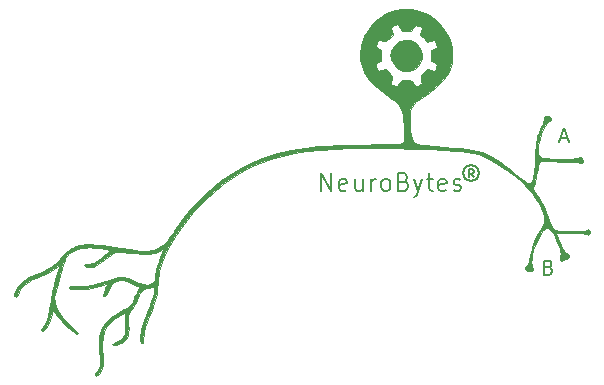
<source format=gbr>
G04 #@! TF.FileFunction,Soldermask,Top*
%FSLAX46Y46*%
G04 Gerber Fmt 4.6, Leading zero omitted, Abs format (unit mm)*
G04 Created by KiCad (PCBNEW 4.0.7-e2-6376~58~ubuntu14.04.1) date Mon Aug  6 16:33:39 2018*
%MOMM*%
%LPD*%
G01*
G04 APERTURE LIST*
%ADD10C,0.100000*%
%ADD11C,0.170000*%
%ADD12C,0.140000*%
%ADD13C,0.210000*%
%ADD14C,0.010000*%
G04 APERTURE END LIST*
D10*
D11*
X138555714Y-87454286D02*
X138727143Y-87511429D01*
X138784286Y-87568571D01*
X138841429Y-87682857D01*
X138841429Y-87854286D01*
X138784286Y-87968571D01*
X138727143Y-88025714D01*
X138612857Y-88082857D01*
X138155714Y-88082857D01*
X138155714Y-86882857D01*
X138555714Y-86882857D01*
X138670000Y-86940000D01*
X138727143Y-86997143D01*
X138784286Y-87111429D01*
X138784286Y-87225714D01*
X138727143Y-87340000D01*
X138670000Y-87397143D01*
X138555714Y-87454286D01*
X138155714Y-87454286D01*
X139584286Y-76540000D02*
X140155715Y-76540000D01*
X139470001Y-76882857D02*
X139870001Y-75682857D01*
X140270001Y-76882857D01*
D12*
X132238095Y-79809524D02*
X132000000Y-79523810D01*
X131809524Y-79809524D02*
X131809524Y-79142857D01*
X132095238Y-79142857D01*
X132190476Y-79190476D01*
X132238095Y-79285714D01*
X132238095Y-79380952D01*
X132190476Y-79476190D01*
X132095238Y-79523810D01*
X131809524Y-79523810D01*
X132000000Y-78809524D02*
X131761905Y-78857143D01*
X131523809Y-79000000D01*
X131380952Y-79238095D01*
X131333333Y-79476190D01*
X131380952Y-79714286D01*
X131523809Y-79952381D01*
X131761905Y-80095238D01*
X132000000Y-80142857D01*
X132238095Y-80095238D01*
X132476190Y-79952381D01*
X132619047Y-79714286D01*
X132666667Y-79476190D01*
X132619047Y-79238095D01*
X132476190Y-79000000D01*
X132238095Y-78857143D01*
X132000000Y-78809524D01*
D13*
X119307143Y-80978571D02*
X119307143Y-79478571D01*
X120164286Y-80978571D01*
X120164286Y-79478571D01*
X121450000Y-80907143D02*
X121307143Y-80978571D01*
X121021429Y-80978571D01*
X120878572Y-80907143D01*
X120807143Y-80764286D01*
X120807143Y-80192857D01*
X120878572Y-80050000D01*
X121021429Y-79978571D01*
X121307143Y-79978571D01*
X121450000Y-80050000D01*
X121521429Y-80192857D01*
X121521429Y-80335714D01*
X120807143Y-80478571D01*
X122807143Y-79978571D02*
X122807143Y-80978571D01*
X122164286Y-79978571D02*
X122164286Y-80764286D01*
X122235714Y-80907143D01*
X122378572Y-80978571D01*
X122592857Y-80978571D01*
X122735714Y-80907143D01*
X122807143Y-80835714D01*
X123521429Y-80978571D02*
X123521429Y-79978571D01*
X123521429Y-80264286D02*
X123592857Y-80121429D01*
X123664286Y-80050000D01*
X123807143Y-79978571D01*
X123950000Y-79978571D01*
X124664286Y-80978571D02*
X124521428Y-80907143D01*
X124450000Y-80835714D01*
X124378571Y-80692857D01*
X124378571Y-80264286D01*
X124450000Y-80121429D01*
X124521428Y-80050000D01*
X124664286Y-79978571D01*
X124878571Y-79978571D01*
X125021428Y-80050000D01*
X125092857Y-80121429D01*
X125164286Y-80264286D01*
X125164286Y-80692857D01*
X125092857Y-80835714D01*
X125021428Y-80907143D01*
X124878571Y-80978571D01*
X124664286Y-80978571D01*
X126307143Y-80192857D02*
X126521429Y-80264286D01*
X126592857Y-80335714D01*
X126664286Y-80478571D01*
X126664286Y-80692857D01*
X126592857Y-80835714D01*
X126521429Y-80907143D01*
X126378571Y-80978571D01*
X125807143Y-80978571D01*
X125807143Y-79478571D01*
X126307143Y-79478571D01*
X126450000Y-79550000D01*
X126521429Y-79621429D01*
X126592857Y-79764286D01*
X126592857Y-79907143D01*
X126521429Y-80050000D01*
X126450000Y-80121429D01*
X126307143Y-80192857D01*
X125807143Y-80192857D01*
X127164286Y-79978571D02*
X127521429Y-80978571D01*
X127878571Y-79978571D02*
X127521429Y-80978571D01*
X127378571Y-81335714D01*
X127307143Y-81407143D01*
X127164286Y-81478571D01*
X128235714Y-79978571D02*
X128807143Y-79978571D01*
X128450000Y-79478571D02*
X128450000Y-80764286D01*
X128521428Y-80907143D01*
X128664286Y-80978571D01*
X128807143Y-80978571D01*
X129878571Y-80907143D02*
X129735714Y-80978571D01*
X129450000Y-80978571D01*
X129307143Y-80907143D01*
X129235714Y-80764286D01*
X129235714Y-80192857D01*
X129307143Y-80050000D01*
X129450000Y-79978571D01*
X129735714Y-79978571D01*
X129878571Y-80050000D01*
X129950000Y-80192857D01*
X129950000Y-80335714D01*
X129235714Y-80478571D01*
X130521428Y-80907143D02*
X130664285Y-80978571D01*
X130950000Y-80978571D01*
X131092857Y-80907143D01*
X131164285Y-80764286D01*
X131164285Y-80692857D01*
X131092857Y-80550000D01*
X130950000Y-80478571D01*
X130735714Y-80478571D01*
X130592857Y-80407143D01*
X130521428Y-80264286D01*
X130521428Y-80192857D01*
X130592857Y-80050000D01*
X130735714Y-79978571D01*
X130950000Y-79978571D01*
X131092857Y-80050000D01*
D14*
G36*
X126989298Y-65598105D02*
X127585206Y-65717300D01*
X128123268Y-65913393D01*
X128618197Y-66193675D01*
X129084707Y-66565438D01*
X129237691Y-66712201D01*
X129654444Y-67185662D01*
X129976110Y-67681269D01*
X130208700Y-68211100D01*
X130358228Y-68787234D01*
X130397168Y-69041607D01*
X130422045Y-69602973D01*
X130352803Y-70143975D01*
X130188481Y-70666078D01*
X129928118Y-71170749D01*
X129570755Y-71659453D01*
X129115430Y-72133654D01*
X128561183Y-72594819D01*
X127907054Y-73044413D01*
X127683800Y-73181693D01*
X127369954Y-73398530D01*
X127138451Y-73628810D01*
X126970234Y-73892372D01*
X126940272Y-73955800D01*
X126868621Y-74185210D01*
X126822164Y-74481850D01*
X126799562Y-74825772D01*
X126799478Y-75197029D01*
X126820575Y-75575675D01*
X126861513Y-75941764D01*
X126920955Y-76275349D01*
X126997563Y-76556484D01*
X127090000Y-76765222D01*
X127132792Y-76825996D01*
X127270768Y-76943176D01*
X127435030Y-77024789D01*
X127445765Y-77027982D01*
X127546228Y-77045946D01*
X127732330Y-77069360D01*
X127988351Y-77096637D01*
X128298574Y-77126190D01*
X128647281Y-77156433D01*
X128979200Y-77182791D01*
X129774730Y-77247414D01*
X130477282Y-77313965D01*
X131095475Y-77383991D01*
X131637928Y-77459043D01*
X132113262Y-77540669D01*
X132530096Y-77630417D01*
X132897052Y-77729836D01*
X133222748Y-77840476D01*
X133515805Y-77963885D01*
X133627400Y-78017966D01*
X133967779Y-78209876D01*
X134370205Y-78473234D01*
X134828850Y-78803885D01*
X135337889Y-79197674D01*
X135745062Y-79528496D01*
X136089790Y-79809841D01*
X136368362Y-80026087D01*
X136589471Y-80180839D01*
X136761810Y-80277703D01*
X136894071Y-80320282D01*
X136994948Y-80312182D01*
X137073132Y-80257009D01*
X137137318Y-80158367D01*
X137157986Y-80114461D01*
X137218471Y-79952072D01*
X137268713Y-79755738D01*
X137310199Y-79513391D01*
X137344419Y-79212964D01*
X137372862Y-78842390D01*
X137397017Y-78389603D01*
X137410178Y-78070600D01*
X137430661Y-77616350D01*
X137457347Y-77241460D01*
X137495010Y-76923697D01*
X137548425Y-76640831D01*
X137622366Y-76370631D01*
X137721608Y-76090866D01*
X137850923Y-75779304D01*
X137950124Y-75556375D01*
X138048339Y-75324978D01*
X138128409Y-75109349D01*
X138181016Y-74936319D01*
X138197120Y-74845175D01*
X138210966Y-74724062D01*
X138261647Y-74670314D01*
X138369910Y-74650813D01*
X138546153Y-74663997D01*
X138678305Y-74728509D01*
X138755197Y-74825172D01*
X138765660Y-74934806D01*
X138698526Y-75038236D01*
X138623383Y-75086055D01*
X138433982Y-75225817D01*
X138251144Y-75454777D01*
X138081294Y-75760533D01*
X137930857Y-76130684D01*
X137806259Y-76552828D01*
X137761885Y-76748898D01*
X137692836Y-77174263D01*
X137674110Y-77531916D01*
X137705126Y-77816352D01*
X137785304Y-78022064D01*
X137908428Y-78140606D01*
X138007646Y-78168379D01*
X138190193Y-78195852D01*
X138437802Y-78221891D01*
X138732205Y-78245361D01*
X139055136Y-78265124D01*
X139388327Y-78280046D01*
X139713510Y-78288991D01*
X140012419Y-78290823D01*
X140240486Y-78285596D01*
X140586273Y-78263908D01*
X140837389Y-78231664D01*
X141000304Y-78187973D01*
X141022991Y-78177723D01*
X141180443Y-78111758D01*
X141283668Y-78111152D01*
X141360697Y-78181630D01*
X141403441Y-78255441D01*
X141455491Y-78393805D01*
X141442334Y-78508128D01*
X141431234Y-78534841D01*
X141351990Y-78633503D01*
X141238648Y-78643277D01*
X141090520Y-78570993D01*
X141037057Y-78543761D01*
X140961975Y-78523226D01*
X140852020Y-78508604D01*
X140693936Y-78499109D01*
X140474470Y-78493956D01*
X140180367Y-78492360D01*
X139798371Y-78493536D01*
X139784208Y-78493612D01*
X139426763Y-78493738D01*
X139084026Y-78490502D01*
X138775622Y-78484348D01*
X138521174Y-78475716D01*
X138340307Y-78465048D01*
X138290302Y-78459978D01*
X138111315Y-78445451D01*
X137965926Y-78448286D01*
X137896601Y-78463684D01*
X137820382Y-78529953D01*
X137752909Y-78644994D01*
X137690345Y-78820613D01*
X137628854Y-79068614D01*
X137564600Y-79400802D01*
X137534028Y-79579298D01*
X137484099Y-79862282D01*
X137432871Y-80123053D01*
X137385200Y-80338817D01*
X137345940Y-80486782D01*
X137332807Y-80523998D01*
X137283579Y-80666611D01*
X137259959Y-80783781D01*
X137259600Y-80794042D01*
X137287111Y-80869863D01*
X137362359Y-81009838D01*
X137474415Y-81195171D01*
X137612351Y-81407063D01*
X137638362Y-81445511D01*
X137854662Y-81770150D01*
X138022797Y-82042542D01*
X138156778Y-82290791D01*
X138270616Y-82543004D01*
X138378320Y-82827288D01*
X138484678Y-83143297D01*
X138623149Y-83540793D01*
X138752215Y-83848274D01*
X138877007Y-84076280D01*
X139002655Y-84235350D01*
X139027981Y-84259494D01*
X139067649Y-84288322D01*
X139123555Y-84310745D01*
X139208261Y-84327700D01*
X139334328Y-84340124D01*
X139514317Y-84348951D01*
X139760791Y-84355119D01*
X140086312Y-84359563D01*
X140410035Y-84362491D01*
X140807236Y-84365115D01*
X141115434Y-84365377D01*
X141347212Y-84362549D01*
X141515155Y-84355902D01*
X141631845Y-84344710D01*
X141709866Y-84328244D01*
X141761802Y-84305778D01*
X141793626Y-84282476D01*
X141897382Y-84233211D01*
X141979434Y-84262722D01*
X142028322Y-84348702D01*
X142032588Y-84468843D01*
X141980771Y-84600839D01*
X141967278Y-84620522D01*
X141897489Y-84682677D01*
X141809925Y-84664406D01*
X141791548Y-84654952D01*
X141670233Y-84615878D01*
X141472951Y-84581807D01*
X141217612Y-84553256D01*
X140922126Y-84530742D01*
X140604401Y-84514781D01*
X140282348Y-84505891D01*
X139973876Y-84504590D01*
X139696895Y-84511393D01*
X139469315Y-84526819D01*
X139309045Y-84551384D01*
X139237664Y-84581215D01*
X139222472Y-84643595D01*
X139255596Y-84763079D01*
X139340821Y-84952455D01*
X139357373Y-84985767D01*
X139465743Y-85216411D01*
X139573808Y-85469584D01*
X139648897Y-85665200D01*
X139755672Y-85925658D01*
X139866186Y-86099792D01*
X139992352Y-86202546D01*
X140109157Y-86242731D01*
X140244271Y-86303982D01*
X140299188Y-86405493D01*
X140277247Y-86529697D01*
X140181789Y-86659027D01*
X140016155Y-86775917D01*
X140006855Y-86780731D01*
X139788874Y-86867711D01*
X139632665Y-86876697D01*
X139540868Y-86809298D01*
X139516122Y-86667124D01*
X139546519Y-86500114D01*
X139579306Y-86300182D01*
X139566516Y-86078696D01*
X139504523Y-85820588D01*
X139389701Y-85510789D01*
X139218424Y-85134230D01*
X139217248Y-85131800D01*
X139062742Y-84838602D01*
X138900172Y-84575389D01*
X138740201Y-84356032D01*
X138593492Y-84194402D01*
X138470706Y-84104372D01*
X138416772Y-84090400D01*
X138341472Y-84124622D01*
X138224432Y-84213900D01*
X138104121Y-84326052D01*
X137909351Y-84563670D01*
X137724602Y-84863351D01*
X137554883Y-85208179D01*
X137405201Y-85581244D01*
X137280566Y-85965629D01*
X137185985Y-86344424D01*
X137126468Y-86700713D01*
X137107021Y-87017583D01*
X137132655Y-87278122D01*
X137185492Y-87428281D01*
X137243678Y-87591658D01*
X137213582Y-87705252D01*
X137093774Y-87771629D01*
X136983871Y-87789398D01*
X136803385Y-87775105D01*
X136654186Y-87710733D01*
X136563491Y-87611480D01*
X136548400Y-87546203D01*
X136583568Y-87450499D01*
X136670900Y-87334756D01*
X136699479Y-87306074D01*
X136763078Y-87236868D01*
X136815560Y-87151393D01*
X136863654Y-87031148D01*
X136914087Y-86857633D01*
X136973585Y-86612347D01*
X137009807Y-86452677D01*
X137139176Y-85922128D01*
X137273560Y-85472268D01*
X137420588Y-85082219D01*
X137587890Y-84731102D01*
X137729033Y-84484388D01*
X137893109Y-84214455D01*
X138010958Y-84011565D01*
X138090213Y-83856613D01*
X138138507Y-83730494D01*
X138163474Y-83614104D01*
X138172749Y-83488337D01*
X138174000Y-83370769D01*
X138148329Y-83064285D01*
X138068101Y-82743639D01*
X137928491Y-82398512D01*
X137724673Y-82018585D01*
X137451821Y-81593539D01*
X137140002Y-81159556D01*
X136845537Y-80794961D01*
X136511253Y-80439036D01*
X136125843Y-80081799D01*
X135678000Y-79713266D01*
X135156415Y-79323456D01*
X134694005Y-79000185D01*
X134203014Y-78674414D01*
X133765954Y-78408573D01*
X133361445Y-78194843D01*
X132968110Y-78025406D01*
X132564572Y-77892445D01*
X132129453Y-77788141D01*
X131641375Y-77704678D01*
X131078960Y-77634237D01*
X130909600Y-77616231D01*
X130498754Y-77579134D01*
X129999285Y-77542934D01*
X129424167Y-77508103D01*
X128786378Y-77475116D01*
X128098891Y-77444444D01*
X127374682Y-77416562D01*
X126626728Y-77391941D01*
X125868003Y-77371056D01*
X125111483Y-77354380D01*
X124370144Y-77342385D01*
X123656961Y-77335544D01*
X123171070Y-77334076D01*
X121771717Y-77352007D01*
X120461873Y-77406833D01*
X119235689Y-77500386D01*
X118087315Y-77634499D01*
X117010904Y-77811004D01*
X116000605Y-78031732D01*
X115050569Y-78298516D01*
X114154947Y-78613189D01*
X113307891Y-78977581D01*
X112503551Y-79393526D01*
X111736079Y-79862856D01*
X110999624Y-80387402D01*
X110288338Y-80968997D01*
X109631442Y-81575205D01*
X109038218Y-82179314D01*
X108468782Y-82810137D01*
X107930755Y-83456870D01*
X107431759Y-84108713D01*
X106979416Y-84754862D01*
X106581347Y-85384517D01*
X106245173Y-85986875D01*
X105978517Y-86551134D01*
X105814951Y-86984313D01*
X105734866Y-87241332D01*
X105670847Y-87479825D01*
X105618619Y-87722988D01*
X105573907Y-87994015D01*
X105532436Y-88316103D01*
X105489930Y-88712446D01*
X105482241Y-88789400D01*
X105446132Y-89140396D01*
X105410876Y-89436608D01*
X105371767Y-89696125D01*
X105324100Y-89937033D01*
X105263169Y-90177421D01*
X105184268Y-90435375D01*
X105082693Y-90728984D01*
X104953737Y-91076336D01*
X104792695Y-91495517D01*
X104748754Y-91608800D01*
X104564294Y-92101944D01*
X104424882Y-92518001D01*
X104327372Y-92869323D01*
X104268616Y-93168263D01*
X104245465Y-93427173D01*
X104247725Y-93574942D01*
X104254126Y-93741263D01*
X104243185Y-93831834D01*
X104207108Y-93872055D01*
X104152495Y-93885397D01*
X104068935Y-93870835D01*
X104015610Y-93792210D01*
X103990153Y-93639552D01*
X103990196Y-93402888D01*
X103999631Y-93241617D01*
X104025148Y-93017598D01*
X104073222Y-92772370D01*
X104147975Y-92492176D01*
X104253522Y-92163260D01*
X104393984Y-91771865D01*
X104573478Y-91304234D01*
X104599193Y-91238900D01*
X104793227Y-90728025D01*
X104941090Y-90294308D01*
X105046275Y-89926272D01*
X105112276Y-89612440D01*
X105128355Y-89500600D01*
X105151708Y-89326273D01*
X105174959Y-89177033D01*
X105183661Y-89130225D01*
X105194323Y-89054616D01*
X105165487Y-89041211D01*
X105073665Y-89083223D01*
X105054763Y-89092977D01*
X104907455Y-89148885D01*
X104722340Y-89193837D01*
X104659575Y-89203790D01*
X104449051Y-89243831D01*
X104278369Y-89311481D01*
X104135028Y-89420121D01*
X104006529Y-89583130D01*
X103880370Y-89813888D01*
X103744053Y-90125776D01*
X103703103Y-90227594D01*
X103563244Y-90541957D01*
X103416869Y-90787224D01*
X103273458Y-90965159D01*
X103130641Y-91134416D01*
X103032183Y-91292275D01*
X102972878Y-91461159D01*
X102947517Y-91663493D01*
X102950895Y-91921701D01*
X102976460Y-92244206D01*
X103001615Y-92638050D01*
X102990666Y-92952959D01*
X102939882Y-93206302D01*
X102845532Y-93415450D01*
X102703884Y-93597772D01*
X102680586Y-93621626D01*
X102517559Y-93758373D01*
X102328103Y-93877087D01*
X102130488Y-93971644D01*
X101942988Y-94035921D01*
X101783872Y-94063793D01*
X101671412Y-94049137D01*
X101623880Y-93985830D01*
X101623400Y-93975953D01*
X101651581Y-93910614D01*
X101745791Y-93841698D01*
X101920526Y-93759325D01*
X101973082Y-93737659D01*
X102288707Y-93582489D01*
X102510255Y-93408846D01*
X102644438Y-93211095D01*
X102665450Y-93156229D01*
X102678511Y-93069635D01*
X102689034Y-92909466D01*
X102696945Y-92695097D01*
X102702170Y-92445901D01*
X102704636Y-92181252D01*
X102704270Y-91920525D01*
X102700998Y-91683092D01*
X102694748Y-91488328D01*
X102685445Y-91355608D01*
X102673016Y-91304304D01*
X102672464Y-91304219D01*
X102601343Y-91331399D01*
X102467077Y-91405354D01*
X102288960Y-91513477D01*
X102086287Y-91643161D01*
X101878351Y-91781797D01*
X101684447Y-91916779D01*
X101523869Y-92035498D01*
X101416132Y-92125140D01*
X101140947Y-92454781D01*
X100936555Y-92854091D01*
X100803834Y-93319016D01*
X100743661Y-93845507D01*
X100756916Y-94429511D01*
X100814891Y-94898646D01*
X100861660Y-95321025D01*
X100849074Y-95676431D01*
X100773243Y-95983017D01*
X100630279Y-96258937D01*
X100482470Y-96450080D01*
X100342981Y-96586662D01*
X100241228Y-96632816D01*
X100171987Y-96590184D01*
X100153966Y-96553296D01*
X100165693Y-96452206D01*
X100253040Y-96305933D01*
X100278338Y-96273382D01*
X100396156Y-96112600D01*
X100482602Y-95953434D01*
X100539437Y-95780087D01*
X100568418Y-95576764D01*
X100571304Y-95327667D01*
X100549853Y-95016999D01*
X100505825Y-94628964D01*
X100481854Y-94445322D01*
X100456041Y-93875360D01*
X100529421Y-93289589D01*
X100636783Y-92878800D01*
X100748966Y-92586032D01*
X100897419Y-92321294D01*
X101092735Y-92074112D01*
X101345503Y-91834014D01*
X101666317Y-91590529D01*
X102065768Y-91333184D01*
X102394150Y-91141282D01*
X102629371Y-91005217D01*
X102843900Y-90876096D01*
X103016131Y-90767263D01*
X103124460Y-90692062D01*
X103134372Y-90684082D01*
X103231648Y-90564473D01*
X103345894Y-90358903D01*
X103470080Y-90080132D01*
X103478482Y-90059400D01*
X103580493Y-89822217D01*
X103688849Y-89596223D01*
X103787600Y-89413602D01*
X103836461Y-89337038D01*
X103989702Y-89122677D01*
X103822551Y-89051152D01*
X103699241Y-88997644D01*
X103516128Y-88917310D01*
X103306224Y-88824651D01*
X103233183Y-88792277D01*
X103004498Y-88698196D01*
X102772640Y-88614945D01*
X102579353Y-88557223D01*
X102539484Y-88547984D01*
X102245281Y-88523477D01*
X101981330Y-88583167D01*
X101741909Y-88731024D01*
X101521294Y-88971020D01*
X101313765Y-89307125D01*
X101243719Y-89447035D01*
X101133922Y-89665024D01*
X101049721Y-89800976D01*
X100981679Y-89868225D01*
X100936155Y-89881600D01*
X100859883Y-89853247D01*
X100840231Y-89764082D01*
X100878176Y-89607941D01*
X100974695Y-89378664D01*
X101035836Y-89253295D01*
X101129246Y-89064082D01*
X101179301Y-88949318D01*
X101189809Y-88893464D01*
X101164580Y-88880980D01*
X101124736Y-88890655D01*
X100267529Y-89122708D01*
X99440363Y-89266947D01*
X98650859Y-89322086D01*
X98566854Y-89322656D01*
X98300882Y-89319300D01*
X98120804Y-89306497D01*
X98011069Y-89280439D01*
X97956129Y-89237317D01*
X97940433Y-89173322D01*
X97940400Y-89169198D01*
X97956571Y-89096176D01*
X98017012Y-89055554D01*
X98139618Y-89042605D01*
X98342282Y-89052596D01*
X98372200Y-89055059D01*
X98813651Y-89062210D01*
X99322781Y-89018116D01*
X99881672Y-88926275D01*
X100472411Y-88790183D01*
X101077082Y-88613335D01*
X101621978Y-88420840D01*
X101892649Y-88326468D01*
X102129690Y-88270968D01*
X102354611Y-88256298D01*
X102588926Y-88284413D01*
X102854147Y-88357270D01*
X103171787Y-88476826D01*
X103426800Y-88584967D01*
X103868941Y-88761292D01*
X104240424Y-88872358D01*
X104548161Y-88918521D01*
X104799061Y-88900137D01*
X105000039Y-88817563D01*
X105155721Y-88674072D01*
X105228654Y-88529019D01*
X105255600Y-88382803D01*
X105276686Y-88104024D01*
X105335202Y-87760176D01*
X105424032Y-87377504D01*
X105536064Y-86982254D01*
X105664181Y-86600671D01*
X105801270Y-86259001D01*
X105871780Y-86109700D01*
X105944215Y-85960692D01*
X105990229Y-85855447D01*
X105999916Y-85817600D01*
X105952584Y-85846369D01*
X105853518Y-85919609D01*
X105787786Y-85970964D01*
X105623840Y-86075797D01*
X105420304Y-86172646D01*
X105310901Y-86212264D01*
X105085527Y-86258963D01*
X104781712Y-86288303D01*
X104421096Y-86300425D01*
X104025321Y-86295470D01*
X103616026Y-86273578D01*
X103214851Y-86234891D01*
X102944200Y-86196880D01*
X102592293Y-86142935D01*
X102313252Y-86113825D01*
X102085198Y-86115889D01*
X101886254Y-86155467D01*
X101694540Y-86238899D01*
X101488178Y-86372525D01*
X101245290Y-86562685D01*
X101014292Y-86756125D01*
X100697487Y-87010843D01*
X100426876Y-87195219D01*
X100184866Y-87317991D01*
X99953861Y-87387895D01*
X99716269Y-87413670D01*
X99689168Y-87414184D01*
X99455772Y-87401753D01*
X99316060Y-87357120D01*
X99266857Y-87278770D01*
X99278260Y-87218014D01*
X99323871Y-87171163D01*
X99428749Y-87145831D01*
X99613071Y-87137361D01*
X99627905Y-87137284D01*
X99878791Y-87118925D01*
X100102561Y-87058114D01*
X100325356Y-86943380D01*
X100573313Y-86763255D01*
X100678211Y-86676431D01*
X100876239Y-86511421D01*
X101088894Y-86338843D01*
X101271358Y-86195051D01*
X101277251Y-86190523D01*
X101552544Y-85979246D01*
X101410172Y-85948943D01*
X100995252Y-85874297D01*
X100553994Y-85818798D01*
X100110270Y-85783663D01*
X99687952Y-85770109D01*
X99310913Y-85779351D01*
X99003026Y-85812606D01*
X98946200Y-85823421D01*
X98608146Y-85924989D01*
X98284208Y-86077979D01*
X97996291Y-86267967D01*
X97766303Y-86480532D01*
X97617690Y-86697989D01*
X97582250Y-86793933D01*
X97525839Y-86972567D01*
X97453022Y-87218241D01*
X97368362Y-87515306D01*
X97276424Y-87848112D01*
X97206167Y-88109025D01*
X97111315Y-88463586D01*
X97020727Y-88799146D01*
X96939013Y-89098865D01*
X96870784Y-89345899D01*
X96820651Y-89523405D01*
X96798699Y-89597573D01*
X96723430Y-90001912D01*
X96746699Y-90414824D01*
X96868893Y-90837111D01*
X97090397Y-91269575D01*
X97411597Y-91713018D01*
X97832879Y-92168242D01*
X98196084Y-92501752D01*
X98383293Y-92669032D01*
X98536743Y-92816067D01*
X98642687Y-92928922D01*
X98687382Y-92993666D01*
X98687637Y-93000050D01*
X98628031Y-93067084D01*
X98516885Y-93055951D01*
X98351383Y-92965529D01*
X98128713Y-92794699D01*
X98090409Y-92762242D01*
X97639861Y-92349179D01*
X97253973Y-91938785D01*
X96944340Y-91544022D01*
X96799201Y-91318720D01*
X96684337Y-91131165D01*
X96610235Y-91031620D01*
X96573845Y-91016428D01*
X96568800Y-91042598D01*
X96550077Y-91206635D01*
X96500058Y-91432722D01*
X96427962Y-91689737D01*
X96343010Y-91946557D01*
X96254423Y-92172062D01*
X96201086Y-92283689D01*
X96085481Y-92470797D01*
X95952482Y-92640306D01*
X95819900Y-92773878D01*
X95705547Y-92853175D01*
X95636924Y-92864531D01*
X95568853Y-92800252D01*
X95577693Y-92689722D01*
X95659992Y-92548857D01*
X95720404Y-92479467D01*
X95906906Y-92239650D01*
X96061427Y-91938526D01*
X96187144Y-91566597D01*
X96287234Y-91114365D01*
X96364872Y-90572331D01*
X96368300Y-90542000D01*
X96391155Y-90349844D01*
X96416402Y-90171213D01*
X96447377Y-89991304D01*
X96487416Y-89795315D01*
X96539856Y-89568443D01*
X96608034Y-89295885D01*
X96695285Y-88962840D01*
X96804948Y-88554503D01*
X96872127Y-88306800D01*
X96951936Y-88009470D01*
X97021556Y-87743095D01*
X97076812Y-87524225D01*
X97113531Y-87369411D01*
X97127538Y-87295205D01*
X97127568Y-87293995D01*
X97101175Y-87267699D01*
X97019555Y-87321751D01*
X96987900Y-87350016D01*
X96721956Y-87564786D01*
X96394847Y-87771299D01*
X95994214Y-87976403D01*
X95507700Y-88186947D01*
X95400400Y-88229761D01*
X95154291Y-88330882D01*
X94905590Y-88439875D01*
X94694360Y-88538943D01*
X94623566Y-88574829D01*
X94374435Y-88737864D01*
X94129632Y-88953630D01*
X93914062Y-89195650D01*
X93752632Y-89437441D01*
X93695737Y-89561304D01*
X93606893Y-89769917D01*
X93523845Y-89887383D01*
X93438420Y-89923191D01*
X93392350Y-89913473D01*
X93339196Y-89860104D01*
X93338086Y-89753467D01*
X93390893Y-89583337D01*
X93496031Y-89346654D01*
X93676781Y-89036821D01*
X93906914Y-88766767D01*
X94198789Y-88526703D01*
X94564765Y-88306836D01*
X95017201Y-88097377D01*
X95131663Y-88050887D01*
X95647327Y-87834649D01*
X96077397Y-87627700D01*
X96436194Y-87420903D01*
X96738041Y-87205121D01*
X96997257Y-86971217D01*
X97222800Y-86716766D01*
X97550154Y-86338753D01*
X97857902Y-86048815D01*
X98156158Y-85837872D01*
X98270600Y-85775795D01*
X98527520Y-85663698D01*
X98798400Y-85579687D01*
X99094113Y-85523635D01*
X99425536Y-85495412D01*
X99803542Y-85494890D01*
X100239006Y-85521941D01*
X100742804Y-85576436D01*
X101325810Y-85658246D01*
X101801200Y-85734069D01*
X102464666Y-85841525D01*
X103038173Y-85927784D01*
X103531223Y-85992399D01*
X103953313Y-86034926D01*
X104313944Y-86054919D01*
X104622616Y-86051933D01*
X104888828Y-86025522D01*
X105122080Y-85975240D01*
X105331871Y-85900643D01*
X105527703Y-85801284D01*
X105719073Y-85676718D01*
X105896160Y-85542036D01*
X106054949Y-85409952D01*
X106192768Y-85280968D01*
X106324344Y-85137695D01*
X106464408Y-84962743D01*
X106627690Y-84738723D01*
X106828917Y-84448245D01*
X106854992Y-84410035D01*
X107459740Y-83556614D01*
X108053738Y-82789394D01*
X108648817Y-82095514D01*
X109256806Y-81462118D01*
X109889535Y-80876345D01*
X110558834Y-80325337D01*
X110742000Y-80184899D01*
X111631808Y-79563555D01*
X112560197Y-79017214D01*
X113533624Y-78543562D01*
X114558545Y-78140284D01*
X115641415Y-77805067D01*
X116788691Y-77535597D01*
X118006828Y-77329559D01*
X119047800Y-77207780D01*
X119298427Y-77188173D01*
X119641532Y-77168104D01*
X120067994Y-77147860D01*
X120568693Y-77127724D01*
X121134509Y-77107983D01*
X121756322Y-77088921D01*
X122425012Y-77070822D01*
X123131458Y-77053973D01*
X123866542Y-77038658D01*
X124621141Y-77025162D01*
X125152518Y-77017001D01*
X125480051Y-77011869D01*
X125721856Y-77005821D01*
X125893799Y-76996759D01*
X126011746Y-76982585D01*
X126091563Y-76961202D01*
X126149115Y-76930511D01*
X126200267Y-76888415D01*
X126212903Y-76876800D01*
X126350169Y-76749800D01*
X126320396Y-75911600D01*
X126295725Y-75373951D01*
X126259356Y-74924116D01*
X126205292Y-74548470D01*
X126127539Y-74233386D01*
X126020102Y-73965238D01*
X125876988Y-73730402D01*
X125692201Y-73515252D01*
X125459746Y-73306161D01*
X125173629Y-73089504D01*
X125036480Y-72993295D01*
X124519027Y-72623506D01*
X124085281Y-72284594D01*
X123725668Y-71967175D01*
X123430612Y-71661867D01*
X123190536Y-71359288D01*
X122995867Y-71050054D01*
X122933904Y-70933010D01*
X122738143Y-70435241D01*
X122629726Y-69901013D01*
X122607784Y-69344267D01*
X122671443Y-68778944D01*
X122688435Y-68714821D01*
X123899200Y-68714821D01*
X123938382Y-68752405D01*
X124040055Y-68826131D01*
X124153200Y-68901200D01*
X124407200Y-69064191D01*
X124407148Y-69503395D01*
X124407096Y-69942600D01*
X124148966Y-70087581D01*
X124009776Y-70171224D01*
X123935126Y-70245035D01*
X123918958Y-70335643D01*
X123955214Y-70469678D01*
X124023428Y-70639332D01*
X124099808Y-70822135D01*
X124774016Y-70668347D01*
X125051442Y-70940473D01*
X125173309Y-71059180D01*
X125251823Y-71146702D01*
X125292875Y-71228321D01*
X125302354Y-71329317D01*
X125286152Y-71474973D01*
X125250157Y-71690569D01*
X125240109Y-71750247D01*
X125227435Y-71858190D01*
X125249091Y-71925379D01*
X125325732Y-71979346D01*
X125456159Y-72038235D01*
X125599659Y-72098587D01*
X125701304Y-72138855D01*
X125729966Y-72148288D01*
X125768191Y-72110507D01*
X125841228Y-72007771D01*
X125926667Y-71873000D01*
X126007975Y-71741875D01*
X126076887Y-71657805D01*
X126156958Y-71612731D01*
X126271742Y-71598594D01*
X126444792Y-71607334D01*
X126648350Y-71626076D01*
X126984500Y-71657831D01*
X127129252Y-71905681D01*
X127212076Y-72037847D01*
X127275993Y-72122346D01*
X127301340Y-72140265D01*
X127360480Y-72115415D01*
X127482161Y-72066223D01*
X127574942Y-72029210D01*
X127718029Y-71968562D01*
X127787186Y-71917043D01*
X127803372Y-71847477D01*
X127790455Y-71749810D01*
X127750526Y-71515527D01*
X127729543Y-71356677D01*
X127733242Y-71247955D01*
X127767361Y-71164055D01*
X127837636Y-71079673D01*
X127949807Y-70969503D01*
X127972375Y-70947449D01*
X128242657Y-70682298D01*
X128567471Y-70758072D01*
X128734802Y-70794541D01*
X128857213Y-70816380D01*
X128907150Y-70818982D01*
X128947646Y-70750275D01*
X129000600Y-70627377D01*
X129053381Y-70484951D01*
X129093361Y-70357659D01*
X129107910Y-70280163D01*
X129106172Y-70272755D01*
X129051468Y-70223853D01*
X128939211Y-70143724D01*
X128852101Y-70086845D01*
X128623781Y-69942600D01*
X128623690Y-69508771D01*
X128623600Y-69074943D01*
X128877600Y-68926600D01*
X129014426Y-68841400D01*
X129106641Y-68773854D01*
X129131600Y-68744902D01*
X129113533Y-68683083D01*
X129066972Y-68558929D01*
X129022759Y-68449649D01*
X128946208Y-68290467D01*
X128881405Y-68217589D01*
X128832259Y-68212411D01*
X128736326Y-68237412D01*
X128584911Y-68273051D01*
X128499551Y-68292136D01*
X128248503Y-68347199D01*
X127975746Y-68074442D01*
X127702989Y-67801684D01*
X127778885Y-67475142D01*
X127812669Y-67304433D01*
X127827267Y-67175283D01*
X127820091Y-67117179D01*
X127752702Y-67079734D01*
X127632740Y-67029583D01*
X127493810Y-66978762D01*
X127369521Y-66939307D01*
X127293478Y-66923252D01*
X127284499Y-66925365D01*
X127249517Y-66975125D01*
X127175773Y-67082903D01*
X127105391Y-67186700D01*
X126942319Y-67428000D01*
X126525659Y-67426559D01*
X126109000Y-67425118D01*
X125941754Y-67148746D01*
X125774509Y-66872373D01*
X125509954Y-66976640D01*
X125362679Y-67036184D01*
X125260185Y-67080449D01*
X125230285Y-67096000D01*
X125233205Y-67149168D01*
X125255552Y-67273572D01*
X125290755Y-67434647D01*
X125366340Y-67758200D01*
X124802908Y-68330750D01*
X124516154Y-68262184D01*
X124350458Y-68224499D01*
X124222233Y-68198835D01*
X124172155Y-68191809D01*
X124129321Y-68232603D01*
X124064183Y-68335418D01*
X123993353Y-68468423D01*
X123933444Y-68599788D01*
X123901068Y-68697681D01*
X123899200Y-68714821D01*
X122688435Y-68714821D01*
X122819831Y-68218988D01*
X123052078Y-67678338D01*
X123148342Y-67504200D01*
X123317717Y-67257232D01*
X123546231Y-66982275D01*
X123810143Y-66703341D01*
X124085710Y-66444443D01*
X124349189Y-66229593D01*
X124525793Y-66111097D01*
X125038081Y-65862853D01*
X125594046Y-65687183D01*
X126168090Y-65589418D01*
X126734613Y-65574889D01*
X126989298Y-65598105D01*
X126989298Y-65598105D01*
G37*
X126989298Y-65598105D02*
X127585206Y-65717300D01*
X128123268Y-65913393D01*
X128618197Y-66193675D01*
X129084707Y-66565438D01*
X129237691Y-66712201D01*
X129654444Y-67185662D01*
X129976110Y-67681269D01*
X130208700Y-68211100D01*
X130358228Y-68787234D01*
X130397168Y-69041607D01*
X130422045Y-69602973D01*
X130352803Y-70143975D01*
X130188481Y-70666078D01*
X129928118Y-71170749D01*
X129570755Y-71659453D01*
X129115430Y-72133654D01*
X128561183Y-72594819D01*
X127907054Y-73044413D01*
X127683800Y-73181693D01*
X127369954Y-73398530D01*
X127138451Y-73628810D01*
X126970234Y-73892372D01*
X126940272Y-73955800D01*
X126868621Y-74185210D01*
X126822164Y-74481850D01*
X126799562Y-74825772D01*
X126799478Y-75197029D01*
X126820575Y-75575675D01*
X126861513Y-75941764D01*
X126920955Y-76275349D01*
X126997563Y-76556484D01*
X127090000Y-76765222D01*
X127132792Y-76825996D01*
X127270768Y-76943176D01*
X127435030Y-77024789D01*
X127445765Y-77027982D01*
X127546228Y-77045946D01*
X127732330Y-77069360D01*
X127988351Y-77096637D01*
X128298574Y-77126190D01*
X128647281Y-77156433D01*
X128979200Y-77182791D01*
X129774730Y-77247414D01*
X130477282Y-77313965D01*
X131095475Y-77383991D01*
X131637928Y-77459043D01*
X132113262Y-77540669D01*
X132530096Y-77630417D01*
X132897052Y-77729836D01*
X133222748Y-77840476D01*
X133515805Y-77963885D01*
X133627400Y-78017966D01*
X133967779Y-78209876D01*
X134370205Y-78473234D01*
X134828850Y-78803885D01*
X135337889Y-79197674D01*
X135745062Y-79528496D01*
X136089790Y-79809841D01*
X136368362Y-80026087D01*
X136589471Y-80180839D01*
X136761810Y-80277703D01*
X136894071Y-80320282D01*
X136994948Y-80312182D01*
X137073132Y-80257009D01*
X137137318Y-80158367D01*
X137157986Y-80114461D01*
X137218471Y-79952072D01*
X137268713Y-79755738D01*
X137310199Y-79513391D01*
X137344419Y-79212964D01*
X137372862Y-78842390D01*
X137397017Y-78389603D01*
X137410178Y-78070600D01*
X137430661Y-77616350D01*
X137457347Y-77241460D01*
X137495010Y-76923697D01*
X137548425Y-76640831D01*
X137622366Y-76370631D01*
X137721608Y-76090866D01*
X137850923Y-75779304D01*
X137950124Y-75556375D01*
X138048339Y-75324978D01*
X138128409Y-75109349D01*
X138181016Y-74936319D01*
X138197120Y-74845175D01*
X138210966Y-74724062D01*
X138261647Y-74670314D01*
X138369910Y-74650813D01*
X138546153Y-74663997D01*
X138678305Y-74728509D01*
X138755197Y-74825172D01*
X138765660Y-74934806D01*
X138698526Y-75038236D01*
X138623383Y-75086055D01*
X138433982Y-75225817D01*
X138251144Y-75454777D01*
X138081294Y-75760533D01*
X137930857Y-76130684D01*
X137806259Y-76552828D01*
X137761885Y-76748898D01*
X137692836Y-77174263D01*
X137674110Y-77531916D01*
X137705126Y-77816352D01*
X137785304Y-78022064D01*
X137908428Y-78140606D01*
X138007646Y-78168379D01*
X138190193Y-78195852D01*
X138437802Y-78221891D01*
X138732205Y-78245361D01*
X139055136Y-78265124D01*
X139388327Y-78280046D01*
X139713510Y-78288991D01*
X140012419Y-78290823D01*
X140240486Y-78285596D01*
X140586273Y-78263908D01*
X140837389Y-78231664D01*
X141000304Y-78187973D01*
X141022991Y-78177723D01*
X141180443Y-78111758D01*
X141283668Y-78111152D01*
X141360697Y-78181630D01*
X141403441Y-78255441D01*
X141455491Y-78393805D01*
X141442334Y-78508128D01*
X141431234Y-78534841D01*
X141351990Y-78633503D01*
X141238648Y-78643277D01*
X141090520Y-78570993D01*
X141037057Y-78543761D01*
X140961975Y-78523226D01*
X140852020Y-78508604D01*
X140693936Y-78499109D01*
X140474470Y-78493956D01*
X140180367Y-78492360D01*
X139798371Y-78493536D01*
X139784208Y-78493612D01*
X139426763Y-78493738D01*
X139084026Y-78490502D01*
X138775622Y-78484348D01*
X138521174Y-78475716D01*
X138340307Y-78465048D01*
X138290302Y-78459978D01*
X138111315Y-78445451D01*
X137965926Y-78448286D01*
X137896601Y-78463684D01*
X137820382Y-78529953D01*
X137752909Y-78644994D01*
X137690345Y-78820613D01*
X137628854Y-79068614D01*
X137564600Y-79400802D01*
X137534028Y-79579298D01*
X137484099Y-79862282D01*
X137432871Y-80123053D01*
X137385200Y-80338817D01*
X137345940Y-80486782D01*
X137332807Y-80523998D01*
X137283579Y-80666611D01*
X137259959Y-80783781D01*
X137259600Y-80794042D01*
X137287111Y-80869863D01*
X137362359Y-81009838D01*
X137474415Y-81195171D01*
X137612351Y-81407063D01*
X137638362Y-81445511D01*
X137854662Y-81770150D01*
X138022797Y-82042542D01*
X138156778Y-82290791D01*
X138270616Y-82543004D01*
X138378320Y-82827288D01*
X138484678Y-83143297D01*
X138623149Y-83540793D01*
X138752215Y-83848274D01*
X138877007Y-84076280D01*
X139002655Y-84235350D01*
X139027981Y-84259494D01*
X139067649Y-84288322D01*
X139123555Y-84310745D01*
X139208261Y-84327700D01*
X139334328Y-84340124D01*
X139514317Y-84348951D01*
X139760791Y-84355119D01*
X140086312Y-84359563D01*
X140410035Y-84362491D01*
X140807236Y-84365115D01*
X141115434Y-84365377D01*
X141347212Y-84362549D01*
X141515155Y-84355902D01*
X141631845Y-84344710D01*
X141709866Y-84328244D01*
X141761802Y-84305778D01*
X141793626Y-84282476D01*
X141897382Y-84233211D01*
X141979434Y-84262722D01*
X142028322Y-84348702D01*
X142032588Y-84468843D01*
X141980771Y-84600839D01*
X141967278Y-84620522D01*
X141897489Y-84682677D01*
X141809925Y-84664406D01*
X141791548Y-84654952D01*
X141670233Y-84615878D01*
X141472951Y-84581807D01*
X141217612Y-84553256D01*
X140922126Y-84530742D01*
X140604401Y-84514781D01*
X140282348Y-84505891D01*
X139973876Y-84504590D01*
X139696895Y-84511393D01*
X139469315Y-84526819D01*
X139309045Y-84551384D01*
X139237664Y-84581215D01*
X139222472Y-84643595D01*
X139255596Y-84763079D01*
X139340821Y-84952455D01*
X139357373Y-84985767D01*
X139465743Y-85216411D01*
X139573808Y-85469584D01*
X139648897Y-85665200D01*
X139755672Y-85925658D01*
X139866186Y-86099792D01*
X139992352Y-86202546D01*
X140109157Y-86242731D01*
X140244271Y-86303982D01*
X140299188Y-86405493D01*
X140277247Y-86529697D01*
X140181789Y-86659027D01*
X140016155Y-86775917D01*
X140006855Y-86780731D01*
X139788874Y-86867711D01*
X139632665Y-86876697D01*
X139540868Y-86809298D01*
X139516122Y-86667124D01*
X139546519Y-86500114D01*
X139579306Y-86300182D01*
X139566516Y-86078696D01*
X139504523Y-85820588D01*
X139389701Y-85510789D01*
X139218424Y-85134230D01*
X139217248Y-85131800D01*
X139062742Y-84838602D01*
X138900172Y-84575389D01*
X138740201Y-84356032D01*
X138593492Y-84194402D01*
X138470706Y-84104372D01*
X138416772Y-84090400D01*
X138341472Y-84124622D01*
X138224432Y-84213900D01*
X138104121Y-84326052D01*
X137909351Y-84563670D01*
X137724602Y-84863351D01*
X137554883Y-85208179D01*
X137405201Y-85581244D01*
X137280566Y-85965629D01*
X137185985Y-86344424D01*
X137126468Y-86700713D01*
X137107021Y-87017583D01*
X137132655Y-87278122D01*
X137185492Y-87428281D01*
X137243678Y-87591658D01*
X137213582Y-87705252D01*
X137093774Y-87771629D01*
X136983871Y-87789398D01*
X136803385Y-87775105D01*
X136654186Y-87710733D01*
X136563491Y-87611480D01*
X136548400Y-87546203D01*
X136583568Y-87450499D01*
X136670900Y-87334756D01*
X136699479Y-87306074D01*
X136763078Y-87236868D01*
X136815560Y-87151393D01*
X136863654Y-87031148D01*
X136914087Y-86857633D01*
X136973585Y-86612347D01*
X137009807Y-86452677D01*
X137139176Y-85922128D01*
X137273560Y-85472268D01*
X137420588Y-85082219D01*
X137587890Y-84731102D01*
X137729033Y-84484388D01*
X137893109Y-84214455D01*
X138010958Y-84011565D01*
X138090213Y-83856613D01*
X138138507Y-83730494D01*
X138163474Y-83614104D01*
X138172749Y-83488337D01*
X138174000Y-83370769D01*
X138148329Y-83064285D01*
X138068101Y-82743639D01*
X137928491Y-82398512D01*
X137724673Y-82018585D01*
X137451821Y-81593539D01*
X137140002Y-81159556D01*
X136845537Y-80794961D01*
X136511253Y-80439036D01*
X136125843Y-80081799D01*
X135678000Y-79713266D01*
X135156415Y-79323456D01*
X134694005Y-79000185D01*
X134203014Y-78674414D01*
X133765954Y-78408573D01*
X133361445Y-78194843D01*
X132968110Y-78025406D01*
X132564572Y-77892445D01*
X132129453Y-77788141D01*
X131641375Y-77704678D01*
X131078960Y-77634237D01*
X130909600Y-77616231D01*
X130498754Y-77579134D01*
X129999285Y-77542934D01*
X129424167Y-77508103D01*
X128786378Y-77475116D01*
X128098891Y-77444444D01*
X127374682Y-77416562D01*
X126626728Y-77391941D01*
X125868003Y-77371056D01*
X125111483Y-77354380D01*
X124370144Y-77342385D01*
X123656961Y-77335544D01*
X123171070Y-77334076D01*
X121771717Y-77352007D01*
X120461873Y-77406833D01*
X119235689Y-77500386D01*
X118087315Y-77634499D01*
X117010904Y-77811004D01*
X116000605Y-78031732D01*
X115050569Y-78298516D01*
X114154947Y-78613189D01*
X113307891Y-78977581D01*
X112503551Y-79393526D01*
X111736079Y-79862856D01*
X110999624Y-80387402D01*
X110288338Y-80968997D01*
X109631442Y-81575205D01*
X109038218Y-82179314D01*
X108468782Y-82810137D01*
X107930755Y-83456870D01*
X107431759Y-84108713D01*
X106979416Y-84754862D01*
X106581347Y-85384517D01*
X106245173Y-85986875D01*
X105978517Y-86551134D01*
X105814951Y-86984313D01*
X105734866Y-87241332D01*
X105670847Y-87479825D01*
X105618619Y-87722988D01*
X105573907Y-87994015D01*
X105532436Y-88316103D01*
X105489930Y-88712446D01*
X105482241Y-88789400D01*
X105446132Y-89140396D01*
X105410876Y-89436608D01*
X105371767Y-89696125D01*
X105324100Y-89937033D01*
X105263169Y-90177421D01*
X105184268Y-90435375D01*
X105082693Y-90728984D01*
X104953737Y-91076336D01*
X104792695Y-91495517D01*
X104748754Y-91608800D01*
X104564294Y-92101944D01*
X104424882Y-92518001D01*
X104327372Y-92869323D01*
X104268616Y-93168263D01*
X104245465Y-93427173D01*
X104247725Y-93574942D01*
X104254126Y-93741263D01*
X104243185Y-93831834D01*
X104207108Y-93872055D01*
X104152495Y-93885397D01*
X104068935Y-93870835D01*
X104015610Y-93792210D01*
X103990153Y-93639552D01*
X103990196Y-93402888D01*
X103999631Y-93241617D01*
X104025148Y-93017598D01*
X104073222Y-92772370D01*
X104147975Y-92492176D01*
X104253522Y-92163260D01*
X104393984Y-91771865D01*
X104573478Y-91304234D01*
X104599193Y-91238900D01*
X104793227Y-90728025D01*
X104941090Y-90294308D01*
X105046275Y-89926272D01*
X105112276Y-89612440D01*
X105128355Y-89500600D01*
X105151708Y-89326273D01*
X105174959Y-89177033D01*
X105183661Y-89130225D01*
X105194323Y-89054616D01*
X105165487Y-89041211D01*
X105073665Y-89083223D01*
X105054763Y-89092977D01*
X104907455Y-89148885D01*
X104722340Y-89193837D01*
X104659575Y-89203790D01*
X104449051Y-89243831D01*
X104278369Y-89311481D01*
X104135028Y-89420121D01*
X104006529Y-89583130D01*
X103880370Y-89813888D01*
X103744053Y-90125776D01*
X103703103Y-90227594D01*
X103563244Y-90541957D01*
X103416869Y-90787224D01*
X103273458Y-90965159D01*
X103130641Y-91134416D01*
X103032183Y-91292275D01*
X102972878Y-91461159D01*
X102947517Y-91663493D01*
X102950895Y-91921701D01*
X102976460Y-92244206D01*
X103001615Y-92638050D01*
X102990666Y-92952959D01*
X102939882Y-93206302D01*
X102845532Y-93415450D01*
X102703884Y-93597772D01*
X102680586Y-93621626D01*
X102517559Y-93758373D01*
X102328103Y-93877087D01*
X102130488Y-93971644D01*
X101942988Y-94035921D01*
X101783872Y-94063793D01*
X101671412Y-94049137D01*
X101623880Y-93985830D01*
X101623400Y-93975953D01*
X101651581Y-93910614D01*
X101745791Y-93841698D01*
X101920526Y-93759325D01*
X101973082Y-93737659D01*
X102288707Y-93582489D01*
X102510255Y-93408846D01*
X102644438Y-93211095D01*
X102665450Y-93156229D01*
X102678511Y-93069635D01*
X102689034Y-92909466D01*
X102696945Y-92695097D01*
X102702170Y-92445901D01*
X102704636Y-92181252D01*
X102704270Y-91920525D01*
X102700998Y-91683092D01*
X102694748Y-91488328D01*
X102685445Y-91355608D01*
X102673016Y-91304304D01*
X102672464Y-91304219D01*
X102601343Y-91331399D01*
X102467077Y-91405354D01*
X102288960Y-91513477D01*
X102086287Y-91643161D01*
X101878351Y-91781797D01*
X101684447Y-91916779D01*
X101523869Y-92035498D01*
X101416132Y-92125140D01*
X101140947Y-92454781D01*
X100936555Y-92854091D01*
X100803834Y-93319016D01*
X100743661Y-93845507D01*
X100756916Y-94429511D01*
X100814891Y-94898646D01*
X100861660Y-95321025D01*
X100849074Y-95676431D01*
X100773243Y-95983017D01*
X100630279Y-96258937D01*
X100482470Y-96450080D01*
X100342981Y-96586662D01*
X100241228Y-96632816D01*
X100171987Y-96590184D01*
X100153966Y-96553296D01*
X100165693Y-96452206D01*
X100253040Y-96305933D01*
X100278338Y-96273382D01*
X100396156Y-96112600D01*
X100482602Y-95953434D01*
X100539437Y-95780087D01*
X100568418Y-95576764D01*
X100571304Y-95327667D01*
X100549853Y-95016999D01*
X100505825Y-94628964D01*
X100481854Y-94445322D01*
X100456041Y-93875360D01*
X100529421Y-93289589D01*
X100636783Y-92878800D01*
X100748966Y-92586032D01*
X100897419Y-92321294D01*
X101092735Y-92074112D01*
X101345503Y-91834014D01*
X101666317Y-91590529D01*
X102065768Y-91333184D01*
X102394150Y-91141282D01*
X102629371Y-91005217D01*
X102843900Y-90876096D01*
X103016131Y-90767263D01*
X103124460Y-90692062D01*
X103134372Y-90684082D01*
X103231648Y-90564473D01*
X103345894Y-90358903D01*
X103470080Y-90080132D01*
X103478482Y-90059400D01*
X103580493Y-89822217D01*
X103688849Y-89596223D01*
X103787600Y-89413602D01*
X103836461Y-89337038D01*
X103989702Y-89122677D01*
X103822551Y-89051152D01*
X103699241Y-88997644D01*
X103516128Y-88917310D01*
X103306224Y-88824651D01*
X103233183Y-88792277D01*
X103004498Y-88698196D01*
X102772640Y-88614945D01*
X102579353Y-88557223D01*
X102539484Y-88547984D01*
X102245281Y-88523477D01*
X101981330Y-88583167D01*
X101741909Y-88731024D01*
X101521294Y-88971020D01*
X101313765Y-89307125D01*
X101243719Y-89447035D01*
X101133922Y-89665024D01*
X101049721Y-89800976D01*
X100981679Y-89868225D01*
X100936155Y-89881600D01*
X100859883Y-89853247D01*
X100840231Y-89764082D01*
X100878176Y-89607941D01*
X100974695Y-89378664D01*
X101035836Y-89253295D01*
X101129246Y-89064082D01*
X101179301Y-88949318D01*
X101189809Y-88893464D01*
X101164580Y-88880980D01*
X101124736Y-88890655D01*
X100267529Y-89122708D01*
X99440363Y-89266947D01*
X98650859Y-89322086D01*
X98566854Y-89322656D01*
X98300882Y-89319300D01*
X98120804Y-89306497D01*
X98011069Y-89280439D01*
X97956129Y-89237317D01*
X97940433Y-89173322D01*
X97940400Y-89169198D01*
X97956571Y-89096176D01*
X98017012Y-89055554D01*
X98139618Y-89042605D01*
X98342282Y-89052596D01*
X98372200Y-89055059D01*
X98813651Y-89062210D01*
X99322781Y-89018116D01*
X99881672Y-88926275D01*
X100472411Y-88790183D01*
X101077082Y-88613335D01*
X101621978Y-88420840D01*
X101892649Y-88326468D01*
X102129690Y-88270968D01*
X102354611Y-88256298D01*
X102588926Y-88284413D01*
X102854147Y-88357270D01*
X103171787Y-88476826D01*
X103426800Y-88584967D01*
X103868941Y-88761292D01*
X104240424Y-88872358D01*
X104548161Y-88918521D01*
X104799061Y-88900137D01*
X105000039Y-88817563D01*
X105155721Y-88674072D01*
X105228654Y-88529019D01*
X105255600Y-88382803D01*
X105276686Y-88104024D01*
X105335202Y-87760176D01*
X105424032Y-87377504D01*
X105536064Y-86982254D01*
X105664181Y-86600671D01*
X105801270Y-86259001D01*
X105871780Y-86109700D01*
X105944215Y-85960692D01*
X105990229Y-85855447D01*
X105999916Y-85817600D01*
X105952584Y-85846369D01*
X105853518Y-85919609D01*
X105787786Y-85970964D01*
X105623840Y-86075797D01*
X105420304Y-86172646D01*
X105310901Y-86212264D01*
X105085527Y-86258963D01*
X104781712Y-86288303D01*
X104421096Y-86300425D01*
X104025321Y-86295470D01*
X103616026Y-86273578D01*
X103214851Y-86234891D01*
X102944200Y-86196880D01*
X102592293Y-86142935D01*
X102313252Y-86113825D01*
X102085198Y-86115889D01*
X101886254Y-86155467D01*
X101694540Y-86238899D01*
X101488178Y-86372525D01*
X101245290Y-86562685D01*
X101014292Y-86756125D01*
X100697487Y-87010843D01*
X100426876Y-87195219D01*
X100184866Y-87317991D01*
X99953861Y-87387895D01*
X99716269Y-87413670D01*
X99689168Y-87414184D01*
X99455772Y-87401753D01*
X99316060Y-87357120D01*
X99266857Y-87278770D01*
X99278260Y-87218014D01*
X99323871Y-87171163D01*
X99428749Y-87145831D01*
X99613071Y-87137361D01*
X99627905Y-87137284D01*
X99878791Y-87118925D01*
X100102561Y-87058114D01*
X100325356Y-86943380D01*
X100573313Y-86763255D01*
X100678211Y-86676431D01*
X100876239Y-86511421D01*
X101088894Y-86338843D01*
X101271358Y-86195051D01*
X101277251Y-86190523D01*
X101552544Y-85979246D01*
X101410172Y-85948943D01*
X100995252Y-85874297D01*
X100553994Y-85818798D01*
X100110270Y-85783663D01*
X99687952Y-85770109D01*
X99310913Y-85779351D01*
X99003026Y-85812606D01*
X98946200Y-85823421D01*
X98608146Y-85924989D01*
X98284208Y-86077979D01*
X97996291Y-86267967D01*
X97766303Y-86480532D01*
X97617690Y-86697989D01*
X97582250Y-86793933D01*
X97525839Y-86972567D01*
X97453022Y-87218241D01*
X97368362Y-87515306D01*
X97276424Y-87848112D01*
X97206167Y-88109025D01*
X97111315Y-88463586D01*
X97020727Y-88799146D01*
X96939013Y-89098865D01*
X96870784Y-89345899D01*
X96820651Y-89523405D01*
X96798699Y-89597573D01*
X96723430Y-90001912D01*
X96746699Y-90414824D01*
X96868893Y-90837111D01*
X97090397Y-91269575D01*
X97411597Y-91713018D01*
X97832879Y-92168242D01*
X98196084Y-92501752D01*
X98383293Y-92669032D01*
X98536743Y-92816067D01*
X98642687Y-92928922D01*
X98687382Y-92993666D01*
X98687637Y-93000050D01*
X98628031Y-93067084D01*
X98516885Y-93055951D01*
X98351383Y-92965529D01*
X98128713Y-92794699D01*
X98090409Y-92762242D01*
X97639861Y-92349179D01*
X97253973Y-91938785D01*
X96944340Y-91544022D01*
X96799201Y-91318720D01*
X96684337Y-91131165D01*
X96610235Y-91031620D01*
X96573845Y-91016428D01*
X96568800Y-91042598D01*
X96550077Y-91206635D01*
X96500058Y-91432722D01*
X96427962Y-91689737D01*
X96343010Y-91946557D01*
X96254423Y-92172062D01*
X96201086Y-92283689D01*
X96085481Y-92470797D01*
X95952482Y-92640306D01*
X95819900Y-92773878D01*
X95705547Y-92853175D01*
X95636924Y-92864531D01*
X95568853Y-92800252D01*
X95577693Y-92689722D01*
X95659992Y-92548857D01*
X95720404Y-92479467D01*
X95906906Y-92239650D01*
X96061427Y-91938526D01*
X96187144Y-91566597D01*
X96287234Y-91114365D01*
X96364872Y-90572331D01*
X96368300Y-90542000D01*
X96391155Y-90349844D01*
X96416402Y-90171213D01*
X96447377Y-89991304D01*
X96487416Y-89795315D01*
X96539856Y-89568443D01*
X96608034Y-89295885D01*
X96695285Y-88962840D01*
X96804948Y-88554503D01*
X96872127Y-88306800D01*
X96951936Y-88009470D01*
X97021556Y-87743095D01*
X97076812Y-87524225D01*
X97113531Y-87369411D01*
X97127538Y-87295205D01*
X97127568Y-87293995D01*
X97101175Y-87267699D01*
X97019555Y-87321751D01*
X96987900Y-87350016D01*
X96721956Y-87564786D01*
X96394847Y-87771299D01*
X95994214Y-87976403D01*
X95507700Y-88186947D01*
X95400400Y-88229761D01*
X95154291Y-88330882D01*
X94905590Y-88439875D01*
X94694360Y-88538943D01*
X94623566Y-88574829D01*
X94374435Y-88737864D01*
X94129632Y-88953630D01*
X93914062Y-89195650D01*
X93752632Y-89437441D01*
X93695737Y-89561304D01*
X93606893Y-89769917D01*
X93523845Y-89887383D01*
X93438420Y-89923191D01*
X93392350Y-89913473D01*
X93339196Y-89860104D01*
X93338086Y-89753467D01*
X93390893Y-89583337D01*
X93496031Y-89346654D01*
X93676781Y-89036821D01*
X93906914Y-88766767D01*
X94198789Y-88526703D01*
X94564765Y-88306836D01*
X95017201Y-88097377D01*
X95131663Y-88050887D01*
X95647327Y-87834649D01*
X96077397Y-87627700D01*
X96436194Y-87420903D01*
X96738041Y-87205121D01*
X96997257Y-86971217D01*
X97222800Y-86716766D01*
X97550154Y-86338753D01*
X97857902Y-86048815D01*
X98156158Y-85837872D01*
X98270600Y-85775795D01*
X98527520Y-85663698D01*
X98798400Y-85579687D01*
X99094113Y-85523635D01*
X99425536Y-85495412D01*
X99803542Y-85494890D01*
X100239006Y-85521941D01*
X100742804Y-85576436D01*
X101325810Y-85658246D01*
X101801200Y-85734069D01*
X102464666Y-85841525D01*
X103038173Y-85927784D01*
X103531223Y-85992399D01*
X103953313Y-86034926D01*
X104313944Y-86054919D01*
X104622616Y-86051933D01*
X104888828Y-86025522D01*
X105122080Y-85975240D01*
X105331871Y-85900643D01*
X105527703Y-85801284D01*
X105719073Y-85676718D01*
X105896160Y-85542036D01*
X106054949Y-85409952D01*
X106192768Y-85280968D01*
X106324344Y-85137695D01*
X106464408Y-84962743D01*
X106627690Y-84738723D01*
X106828917Y-84448245D01*
X106854992Y-84410035D01*
X107459740Y-83556614D01*
X108053738Y-82789394D01*
X108648817Y-82095514D01*
X109256806Y-81462118D01*
X109889535Y-80876345D01*
X110558834Y-80325337D01*
X110742000Y-80184899D01*
X111631808Y-79563555D01*
X112560197Y-79017214D01*
X113533624Y-78543562D01*
X114558545Y-78140284D01*
X115641415Y-77805067D01*
X116788691Y-77535597D01*
X118006828Y-77329559D01*
X119047800Y-77207780D01*
X119298427Y-77188173D01*
X119641532Y-77168104D01*
X120067994Y-77147860D01*
X120568693Y-77127724D01*
X121134509Y-77107983D01*
X121756322Y-77088921D01*
X122425012Y-77070822D01*
X123131458Y-77053973D01*
X123866542Y-77038658D01*
X124621141Y-77025162D01*
X125152518Y-77017001D01*
X125480051Y-77011869D01*
X125721856Y-77005821D01*
X125893799Y-76996759D01*
X126011746Y-76982585D01*
X126091563Y-76961202D01*
X126149115Y-76930511D01*
X126200267Y-76888415D01*
X126212903Y-76876800D01*
X126350169Y-76749800D01*
X126320396Y-75911600D01*
X126295725Y-75373951D01*
X126259356Y-74924116D01*
X126205292Y-74548470D01*
X126127539Y-74233386D01*
X126020102Y-73965238D01*
X125876988Y-73730402D01*
X125692201Y-73515252D01*
X125459746Y-73306161D01*
X125173629Y-73089504D01*
X125036480Y-72993295D01*
X124519027Y-72623506D01*
X124085281Y-72284594D01*
X123725668Y-71967175D01*
X123430612Y-71661867D01*
X123190536Y-71359288D01*
X122995867Y-71050054D01*
X122933904Y-70933010D01*
X122738143Y-70435241D01*
X122629726Y-69901013D01*
X122607784Y-69344267D01*
X122671443Y-68778944D01*
X122688435Y-68714821D01*
X123899200Y-68714821D01*
X123938382Y-68752405D01*
X124040055Y-68826131D01*
X124153200Y-68901200D01*
X124407200Y-69064191D01*
X124407148Y-69503395D01*
X124407096Y-69942600D01*
X124148966Y-70087581D01*
X124009776Y-70171224D01*
X123935126Y-70245035D01*
X123918958Y-70335643D01*
X123955214Y-70469678D01*
X124023428Y-70639332D01*
X124099808Y-70822135D01*
X124774016Y-70668347D01*
X125051442Y-70940473D01*
X125173309Y-71059180D01*
X125251823Y-71146702D01*
X125292875Y-71228321D01*
X125302354Y-71329317D01*
X125286152Y-71474973D01*
X125250157Y-71690569D01*
X125240109Y-71750247D01*
X125227435Y-71858190D01*
X125249091Y-71925379D01*
X125325732Y-71979346D01*
X125456159Y-72038235D01*
X125599659Y-72098587D01*
X125701304Y-72138855D01*
X125729966Y-72148288D01*
X125768191Y-72110507D01*
X125841228Y-72007771D01*
X125926667Y-71873000D01*
X126007975Y-71741875D01*
X126076887Y-71657805D01*
X126156958Y-71612731D01*
X126271742Y-71598594D01*
X126444792Y-71607334D01*
X126648350Y-71626076D01*
X126984500Y-71657831D01*
X127129252Y-71905681D01*
X127212076Y-72037847D01*
X127275993Y-72122346D01*
X127301340Y-72140265D01*
X127360480Y-72115415D01*
X127482161Y-72066223D01*
X127574942Y-72029210D01*
X127718029Y-71968562D01*
X127787186Y-71917043D01*
X127803372Y-71847477D01*
X127790455Y-71749810D01*
X127750526Y-71515527D01*
X127729543Y-71356677D01*
X127733242Y-71247955D01*
X127767361Y-71164055D01*
X127837636Y-71079673D01*
X127949807Y-70969503D01*
X127972375Y-70947449D01*
X128242657Y-70682298D01*
X128567471Y-70758072D01*
X128734802Y-70794541D01*
X128857213Y-70816380D01*
X128907150Y-70818982D01*
X128947646Y-70750275D01*
X129000600Y-70627377D01*
X129053381Y-70484951D01*
X129093361Y-70357659D01*
X129107910Y-70280163D01*
X129106172Y-70272755D01*
X129051468Y-70223853D01*
X128939211Y-70143724D01*
X128852101Y-70086845D01*
X128623781Y-69942600D01*
X128623690Y-69508771D01*
X128623600Y-69074943D01*
X128877600Y-68926600D01*
X129014426Y-68841400D01*
X129106641Y-68773854D01*
X129131600Y-68744902D01*
X129113533Y-68683083D01*
X129066972Y-68558929D01*
X129022759Y-68449649D01*
X128946208Y-68290467D01*
X128881405Y-68217589D01*
X128832259Y-68212411D01*
X128736326Y-68237412D01*
X128584911Y-68273051D01*
X128499551Y-68292136D01*
X128248503Y-68347199D01*
X127975746Y-68074442D01*
X127702989Y-67801684D01*
X127778885Y-67475142D01*
X127812669Y-67304433D01*
X127827267Y-67175283D01*
X127820091Y-67117179D01*
X127752702Y-67079734D01*
X127632740Y-67029583D01*
X127493810Y-66978762D01*
X127369521Y-66939307D01*
X127293478Y-66923252D01*
X127284499Y-66925365D01*
X127249517Y-66975125D01*
X127175773Y-67082903D01*
X127105391Y-67186700D01*
X126942319Y-67428000D01*
X126525659Y-67426559D01*
X126109000Y-67425118D01*
X125941754Y-67148746D01*
X125774509Y-66872373D01*
X125509954Y-66976640D01*
X125362679Y-67036184D01*
X125260185Y-67080449D01*
X125230285Y-67096000D01*
X125233205Y-67149168D01*
X125255552Y-67273572D01*
X125290755Y-67434647D01*
X125366340Y-67758200D01*
X124802908Y-68330750D01*
X124516154Y-68262184D01*
X124350458Y-68224499D01*
X124222233Y-68198835D01*
X124172155Y-68191809D01*
X124129321Y-68232603D01*
X124064183Y-68335418D01*
X123993353Y-68468423D01*
X123933444Y-68599788D01*
X123901068Y-68697681D01*
X123899200Y-68714821D01*
X122688435Y-68714821D01*
X122819831Y-68218988D01*
X123052078Y-67678338D01*
X123148342Y-67504200D01*
X123317717Y-67257232D01*
X123546231Y-66982275D01*
X123810143Y-66703341D01*
X124085710Y-66444443D01*
X124349189Y-66229593D01*
X124525793Y-66111097D01*
X125038081Y-65862853D01*
X125594046Y-65687183D01*
X126168090Y-65589418D01*
X126734613Y-65574889D01*
X126989298Y-65598105D01*
G36*
X126774937Y-68219936D02*
X127099638Y-68329317D01*
X127383578Y-68512185D01*
X127611543Y-68760844D01*
X127768322Y-69067595D01*
X127786544Y-69124101D01*
X127842800Y-69351947D01*
X127856166Y-69544495D01*
X127826290Y-69749013D01*
X127780616Y-69920679D01*
X127676530Y-70149479D01*
X127510508Y-70377357D01*
X127307825Y-70577791D01*
X127093756Y-70724256D01*
X126964857Y-70776760D01*
X126624929Y-70829561D01*
X126280542Y-70809316D01*
X125970718Y-70718530D01*
X125956600Y-70712075D01*
X125666939Y-70526809D01*
X125432037Y-70276021D01*
X125272458Y-69982968D01*
X125248266Y-69911006D01*
X125189843Y-69677800D01*
X125174474Y-69484285D01*
X125202273Y-69282330D01*
X125250183Y-69100920D01*
X125360883Y-68859577D01*
X125537267Y-68624510D01*
X125752963Y-68423214D01*
X125981596Y-68283184D01*
X126064093Y-68252433D01*
X126424684Y-68191743D01*
X126774937Y-68219936D01*
X126774937Y-68219936D01*
G37*
X126774937Y-68219936D02*
X127099638Y-68329317D01*
X127383578Y-68512185D01*
X127611543Y-68760844D01*
X127768322Y-69067595D01*
X127786544Y-69124101D01*
X127842800Y-69351947D01*
X127856166Y-69544495D01*
X127826290Y-69749013D01*
X127780616Y-69920679D01*
X127676530Y-70149479D01*
X127510508Y-70377357D01*
X127307825Y-70577791D01*
X127093756Y-70724256D01*
X126964857Y-70776760D01*
X126624929Y-70829561D01*
X126280542Y-70809316D01*
X125970718Y-70718530D01*
X125956600Y-70712075D01*
X125666939Y-70526809D01*
X125432037Y-70276021D01*
X125272458Y-69982968D01*
X125248266Y-69911006D01*
X125189843Y-69677800D01*
X125174474Y-69484285D01*
X125202273Y-69282330D01*
X125250183Y-69100920D01*
X125360883Y-68859577D01*
X125537267Y-68624510D01*
X125752963Y-68423214D01*
X125981596Y-68283184D01*
X126064093Y-68252433D01*
X126424684Y-68191743D01*
X126774937Y-68219936D01*
M02*

</source>
